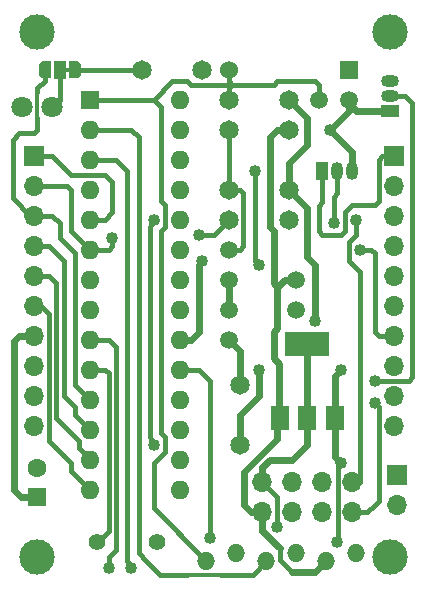
<source format=gbr>
%TF.GenerationSoftware,KiCad,Pcbnew,(5.1.6)-1*%
%TF.CreationDate,2022-03-13T12:34:37-03:00*%
%TF.ProjectId,nRF24L01_Arduino_v2,6e524632-344c-4303-915f-41726475696e,rev?*%
%TF.SameCoordinates,Original*%
%TF.FileFunction,Copper,L1,Top*%
%TF.FilePolarity,Positive*%
%FSLAX46Y46*%
G04 Gerber Fmt 4.6, Leading zero omitted, Abs format (unit mm)*
G04 Created by KiCad (PCBNEW (5.1.6)-1) date 2022-03-13 12:34:37*
%MOMM*%
%LPD*%
G01*
G04 APERTURE LIST*
%TA.AperFunction,ComponentPad*%
%ADD10O,1.050000X1.500000*%
%TD*%
%TA.AperFunction,ComponentPad*%
%ADD11R,1.050000X1.500000*%
%TD*%
%TA.AperFunction,ComponentPad*%
%ADD12O,1.500000X1.050000*%
%TD*%
%TA.AperFunction,ComponentPad*%
%ADD13R,1.500000X1.050000*%
%TD*%
%TA.AperFunction,ComponentPad*%
%ADD14R,1.700000X1.700000*%
%TD*%
%TA.AperFunction,ComponentPad*%
%ADD15O,1.700000X1.700000*%
%TD*%
%TA.AperFunction,SMDPad,CuDef*%
%ADD16C,0.100000*%
%TD*%
%TA.AperFunction,SMDPad,CuDef*%
%ADD17R,1.000000X1.500000*%
%TD*%
%TA.AperFunction,ComponentPad*%
%ADD18C,1.651000*%
%TD*%
%TA.AperFunction,ComponentPad*%
%ADD19R,1.600000X1.600000*%
%TD*%
%TA.AperFunction,ComponentPad*%
%ADD20O,1.600000X1.600000*%
%TD*%
%TA.AperFunction,ComponentPad*%
%ADD21C,1.500000*%
%TD*%
%TA.AperFunction,ComponentPad*%
%ADD22R,1.524000X1.524000*%
%TD*%
%TA.AperFunction,ComponentPad*%
%ADD23C,1.524000*%
%TD*%
%TA.AperFunction,ComponentPad*%
%ADD24C,3.000000*%
%TD*%
%TA.AperFunction,ComponentPad*%
%ADD25C,1.600000*%
%TD*%
%TA.AperFunction,SMDPad,CuDef*%
%ADD26R,3.800000X2.000000*%
%TD*%
%TA.AperFunction,SMDPad,CuDef*%
%ADD27R,1.500000X2.000000*%
%TD*%
%TA.AperFunction,ComponentPad*%
%ADD28C,1.800000*%
%TD*%
%TA.AperFunction,ComponentPad*%
%ADD29O,1.524000X1.524000*%
%TD*%
%TA.AperFunction,ComponentPad*%
%ADD30C,1.422400*%
%TD*%
%TA.AperFunction,ViaPad*%
%ADD31C,1.016000*%
%TD*%
%TA.AperFunction,Conductor*%
%ADD32C,0.609600*%
%TD*%
%TA.AperFunction,Conductor*%
%ADD33C,0.406400*%
%TD*%
%TA.AperFunction,Conductor*%
%ADD34C,0.304800*%
%TD*%
G04 APERTURE END LIST*
D10*
%TO.P,Q1,2*%
%TO.N,Net-(Q1-Pad2)*%
X132715000Y-109220000D03*
%TO.P,Q1,3*%
%TO.N,GND*%
X133985000Y-109220000D03*
D11*
%TO.P,Q1,1*%
%TO.N,/Out_Rele*%
X131445000Y-109220000D03*
%TD*%
D12*
%TO.P,CI3,2*%
%TO.N,/PD3*%
X137160000Y-102870000D03*
%TO.P,CI3,3*%
%TO.N,+5V*%
X137160000Y-101600000D03*
D13*
%TO.P,CI3,1*%
%TO.N,GND*%
X137160000Y-104140000D03*
%TD*%
D14*
%TO.P,P3,1*%
%TO.N,/Out_Rele*%
X137477500Y-107950000D03*
D15*
%TO.P,P3,2*%
%TO.N,/PC5*%
X137477500Y-110490000D03*
%TO.P,P3,3*%
%TO.N,/PC4*%
X137477500Y-113030000D03*
%TO.P,P3,4*%
%TO.N,/PC3*%
X137477500Y-115570000D03*
%TO.P,P3,5*%
%TO.N,/PC2*%
X137477500Y-118110000D03*
%TO.P,P3,6*%
%TO.N,/PC1*%
X137477500Y-120650000D03*
%TO.P,P3,7*%
%TO.N,/PC0*%
X137477500Y-123190000D03*
%TO.P,P3,8*%
%TO.N,+5V*%
X137477500Y-125730000D03*
%TO.P,P3,9*%
%TO.N,GND*%
X137477500Y-128270000D03*
%TO.P,P3,10*%
X137477500Y-130810000D03*
%TD*%
%TA.AperFunction,SMDPad,CuDef*%
D16*
%TO.P,JP1,1*%
%TO.N,Net-(JP1-Pad1)*%
G36*
X109970000Y-99897500D02*
G01*
X110520000Y-99897500D01*
X110520000Y-99898102D01*
X110544534Y-99898102D01*
X110593365Y-99902912D01*
X110641490Y-99912484D01*
X110688445Y-99926728D01*
X110733778Y-99945505D01*
X110777051Y-99968636D01*
X110817850Y-99995896D01*
X110855779Y-100027024D01*
X110890476Y-100061721D01*
X110921604Y-100099650D01*
X110948864Y-100140449D01*
X110971995Y-100183722D01*
X110990772Y-100229055D01*
X111005016Y-100276010D01*
X111014588Y-100324135D01*
X111019398Y-100372966D01*
X111019398Y-100397500D01*
X111020000Y-100397500D01*
X111020000Y-100897500D01*
X111019398Y-100897500D01*
X111019398Y-100922034D01*
X111014588Y-100970865D01*
X111005016Y-101018990D01*
X110990772Y-101065945D01*
X110971995Y-101111278D01*
X110948864Y-101154551D01*
X110921604Y-101195350D01*
X110890476Y-101233279D01*
X110855779Y-101267976D01*
X110817850Y-101299104D01*
X110777051Y-101326364D01*
X110733778Y-101349495D01*
X110688445Y-101368272D01*
X110641490Y-101382516D01*
X110593365Y-101392088D01*
X110544534Y-101396898D01*
X110520000Y-101396898D01*
X110520000Y-101397500D01*
X109970000Y-101397500D01*
X109970000Y-99897500D01*
G37*
%TD.AperFunction*%
%TA.AperFunction,SMDPad,CuDef*%
%TO.P,JP1,3*%
%TO.N,/PD5*%
G36*
X107920000Y-101396898D02*
G01*
X107895466Y-101396898D01*
X107846635Y-101392088D01*
X107798510Y-101382516D01*
X107751555Y-101368272D01*
X107706222Y-101349495D01*
X107662949Y-101326364D01*
X107622150Y-101299104D01*
X107584221Y-101267976D01*
X107549524Y-101233279D01*
X107518396Y-101195350D01*
X107491136Y-101154551D01*
X107468005Y-101111278D01*
X107449228Y-101065945D01*
X107434984Y-101018990D01*
X107425412Y-100970865D01*
X107420602Y-100922034D01*
X107420602Y-100897500D01*
X107420000Y-100897500D01*
X107420000Y-100397500D01*
X107420602Y-100397500D01*
X107420602Y-100372966D01*
X107425412Y-100324135D01*
X107434984Y-100276010D01*
X107449228Y-100229055D01*
X107468005Y-100183722D01*
X107491136Y-100140449D01*
X107518396Y-100099650D01*
X107549524Y-100061721D01*
X107584221Y-100027024D01*
X107622150Y-99995896D01*
X107662949Y-99968636D01*
X107706222Y-99945505D01*
X107751555Y-99926728D01*
X107798510Y-99912484D01*
X107846635Y-99902912D01*
X107895466Y-99898102D01*
X107920000Y-99898102D01*
X107920000Y-99897500D01*
X108470000Y-99897500D01*
X108470000Y-101397500D01*
X107920000Y-101397500D01*
X107920000Y-101396898D01*
G37*
%TD.AperFunction*%
D17*
%TO.P,JP1,2*%
%TO.N,Net-(JP1-Pad1)*%
X109220000Y-100647500D03*
%TD*%
D18*
%TO.P,R5,2*%
%TO.N,Net-(JP1-Pad1)*%
X116205000Y-100647500D03*
%TO.P,R5,1*%
%TO.N,+5V*%
X121285000Y-100647500D03*
%TD*%
D19*
%TO.P,CI1,1*%
%TO.N,/~RST*%
X111760000Y-103187500D03*
D20*
%TO.P,CI1,15*%
%TO.N,/PB1*%
X119380000Y-136207500D03*
%TO.P,CI1,2*%
%TO.N,/RXD.Brd*%
X111760000Y-105727500D03*
%TO.P,CI1,16*%
%TO.N,/PB2*%
X119380000Y-133667500D03*
%TO.P,CI1,3*%
%TO.N,/TXD.Brd*%
X111760000Y-108267500D03*
%TO.P,CI1,17*%
%TO.N,/PB3*%
X119380000Y-131127500D03*
%TO.P,CI1,4*%
%TO.N,/PD2*%
X111760000Y-110807500D03*
%TO.P,CI1,18*%
%TO.N,/PB4*%
X119380000Y-128587500D03*
%TO.P,CI1,5*%
%TO.N,/PD3*%
X111760000Y-113347500D03*
%TO.P,CI1,19*%
%TO.N,/PB5*%
X119380000Y-126047500D03*
%TO.P,CI1,6*%
%TO.N,/PD4*%
X111760000Y-115887500D03*
%TO.P,CI1,20*%
%TO.N,+5V*%
X119380000Y-123507500D03*
%TO.P,CI1,7*%
X111760000Y-118427500D03*
%TO.P,CI1,21*%
%TO.N,Net-(C2-Pad1)*%
X119380000Y-120967500D03*
%TO.P,CI1,8*%
%TO.N,GND*%
X111760000Y-120967500D03*
%TO.P,CI1,22*%
X119380000Y-118427500D03*
%TO.P,CI1,9*%
%TO.N,/OSC1*%
X111760000Y-123507500D03*
%TO.P,CI1,23*%
%TO.N,/PC0*%
X119380000Y-115887500D03*
%TO.P,CI1,10*%
%TO.N,/OSC2*%
X111760000Y-126047500D03*
%TO.P,CI1,24*%
%TO.N,/PC1*%
X119380000Y-113347500D03*
%TO.P,CI1,11*%
%TO.N,/PD5*%
X111760000Y-128587500D03*
%TO.P,CI1,25*%
%TO.N,/PC2*%
X119380000Y-110807500D03*
%TO.P,CI1,12*%
%TO.N,/PD6*%
X111760000Y-131127500D03*
%TO.P,CI1,26*%
%TO.N,/PC3*%
X119380000Y-108267500D03*
%TO.P,CI1,13*%
%TO.N,/PD7*%
X111760000Y-133667500D03*
%TO.P,CI1,27*%
%TO.N,/PC4*%
X119380000Y-105727500D03*
%TO.P,CI1,14*%
%TO.N,/PB0*%
X111760000Y-136207500D03*
%TO.P,CI1,28*%
%TO.N,/PC5*%
X119380000Y-103187500D03*
%TD*%
D21*
%TO.P,C2,1*%
%TO.N,Net-(C2-Pad1)*%
X129222500Y-120967500D03*
%TO.P,C2,2*%
%TO.N,GND*%
X129222500Y-118427500D03*
%TD*%
D22*
%TO.P,D1,2*%
%TO.N,+5V*%
X133667500Y-100647500D03*
D23*
%TO.P,D1,1*%
%TO.N,/~RST*%
X123507500Y-100647500D03*
%TD*%
D21*
%TO.P,C7,1*%
%TO.N,/PC0*%
X123507500Y-115887500D03*
%TO.P,C7,2*%
%TO.N,GND*%
X123507500Y-118427500D03*
%TD*%
D24*
%TO.P,J4,1*%
%TO.N,Net-(J4-Pad1)*%
X137160000Y-141922500D03*
%TD*%
%TO.P,J5,1*%
%TO.N,Net-(J5-Pad1)*%
X107315000Y-97472500D03*
%TD*%
%TO.P,J6,1*%
%TO.N,Net-(J6-Pad1)*%
X137160000Y-97472500D03*
%TD*%
%TO.P,J3,1*%
%TO.N,Net-(J3-Pad1)*%
X107315000Y-141922500D03*
%TD*%
D21*
%TO.P,C5,1*%
%TO.N,+5V*%
X123507500Y-123507500D03*
%TO.P,C5,2*%
%TO.N,GND*%
X123507500Y-120967500D03*
%TD*%
D25*
%TO.P,C6,2*%
%TO.N,GND*%
X107315000Y-134342500D03*
D19*
%TO.P,C6,1*%
%TO.N,+3.3V*%
X107315000Y-136842500D03*
%TD*%
D21*
%TO.P,C8,2*%
%TO.N,GND*%
X133667500Y-103187500D03*
%TO.P,C8,1*%
%TO.N,/~RST*%
X131127500Y-103187500D03*
%TD*%
D26*
%TO.P,CI2,2*%
%TO.N,+3.3V*%
X130175000Y-123850000D03*
D27*
X130175000Y-130150000D03*
%TO.P,CI2,3*%
%TO.N,+5V*%
X132475000Y-130150000D03*
%TO.P,CI2,1*%
%TO.N,GND*%
X127875000Y-130150000D03*
%TD*%
D28*
%TO.P,LD1,2*%
%TO.N,Net-(JP1-Pad1)*%
X108585000Y-103822500D03*
%TO.P,LD1,1*%
%TO.N,GND*%
X106045000Y-103822500D03*
%TD*%
D15*
%TO.P,Mod1,1*%
%TO.N,GND*%
X126365000Y-138112500D03*
%TO.P,Mod1,2*%
%TO.N,+3.3V*%
X126365000Y-135572500D03*
%TO.P,Mod1,3*%
%TO.N,/PB1*%
X128905000Y-138112500D03*
%TO.P,Mod1,4*%
%TO.N,/PB2*%
X128905000Y-135572500D03*
%TO.P,Mod1,5*%
%TO.N,/PB5*%
X131445000Y-138112500D03*
%TO.P,Mod1,6*%
%TO.N,/PB3*%
X131445000Y-135572500D03*
%TO.P,Mod1,7*%
%TO.N,/PB4*%
X133985000Y-138112500D03*
%TO.P,Mod1,8*%
%TO.N,/PD2*%
X133985000Y-135572500D03*
%TD*%
D29*
%TO.P,P1,1*%
%TO.N,/~RST*%
X121602500Y-142240000D03*
%TO.P,P1,2*%
%TO.N,/TXD.Brd*%
X124142500Y-141605000D03*
%TO.P,P1,3*%
%TO.N,/RXD.Brd*%
X126682500Y-142240000D03*
%TO.P,P1,4*%
%TO.N,+5V*%
X129222500Y-141605000D03*
%TO.P,P1,5*%
%TO.N,GND*%
X131762500Y-142240000D03*
%TO.P,P1,6*%
X134302500Y-141605000D03*
%TD*%
D15*
%TO.P,P2,10*%
%TO.N,GND*%
X106997500Y-130810000D03*
%TO.P,P2,9*%
X106997500Y-128270000D03*
%TO.P,P2,8*%
%TO.N,+5V*%
X106997500Y-125730000D03*
%TO.P,P2,7*%
%TO.N,+3.3V*%
X106997500Y-123190000D03*
%TO.P,P2,6*%
%TO.N,/PB0*%
X106997500Y-120650000D03*
%TO.P,P2,5*%
%TO.N,/PD7*%
X106997500Y-118110000D03*
%TO.P,P2,4*%
%TO.N,/PD6*%
X106997500Y-115570000D03*
%TO.P,P2,3*%
%TO.N,/PD5*%
X106997500Y-113030000D03*
%TO.P,P2,2*%
%TO.N,/PD4*%
X106997500Y-110490000D03*
D14*
%TO.P,P2,1*%
%TO.N,/PD3*%
X106997500Y-107950000D03*
%TD*%
%TO.P,P4,1*%
%TO.N,+5V*%
X137795000Y-134937500D03*
D15*
%TO.P,P4,2*%
%TO.N,GND*%
X137795000Y-137477500D03*
%TD*%
D18*
%TO.P,R4,1*%
%TO.N,+5V*%
X128587500Y-110807500D03*
%TO.P,R4,2*%
%TO.N,/PC0*%
X123507500Y-110807500D03*
%TD*%
%TO.P,R6,2*%
%TO.N,/~RST*%
X123507500Y-103187500D03*
%TO.P,R6,1*%
%TO.N,+5V*%
X128587500Y-103187500D03*
%TD*%
%TO.P,R7,1*%
%TO.N,/PC0*%
X123507500Y-105727500D03*
%TO.P,R7,2*%
%TO.N,GND*%
X128587500Y-105727500D03*
%TD*%
%TO.P,R8,1*%
%TO.N,Net-(Q1-Pad2)*%
X128587500Y-113347500D03*
%TO.P,R8,2*%
%TO.N,/PD4*%
X123507500Y-113347500D03*
%TD*%
D30*
%TO.P,X1,1*%
%TO.N,/OSC1*%
X117475000Y-140652500D03*
%TO.P,X1,2*%
%TO.N,/OSC2*%
X112395000Y-140652500D03*
%TD*%
D18*
%TO.P,R9,1*%
%TO.N,+5V*%
X124460000Y-127317500D03*
%TO.P,R9,2*%
%TO.N,/PD3*%
X124460000Y-132397500D03*
%TD*%
D31*
%TO.N,GND*%
X132080000Y-105727500D03*
%TO.N,+3.3V*%
X127635000Y-139382500D03*
%TO.N,+5V*%
X133032500Y-126047500D03*
X133032500Y-133985000D03*
X132715000Y-140652500D03*
X130810000Y-121920000D03*
X121285000Y-116840000D03*
%TO.N,/PC0*%
X134620000Y-115887500D03*
%TO.N,/TXD.Brd*%
X115252500Y-142875000D03*
%TO.N,/PD2*%
X134302500Y-113347500D03*
%TO.N,/PB4*%
X135890000Y-128905000D03*
%TO.N,/PD3*%
X117157500Y-132397500D03*
X117157500Y-113347500D03*
X126047500Y-126047500D03*
X135890000Y-127000000D03*
%TO.N,/PB5*%
X121920000Y-140335000D03*
%TO.N,/PD4*%
X113665000Y-114935000D03*
X120967500Y-114617500D03*
%TO.N,/OSC1*%
X113347500Y-142875000D03*
%TO.N,/PC2*%
X125730000Y-109220000D03*
X126047500Y-117157500D03*
%TO.N,Net-(Q1-Pad2)*%
X132397500Y-113665000D03*
%TD*%
D32*
%TO.N,GND*%
X128270000Y-118427500D02*
X129222500Y-118427500D01*
X127635000Y-119062500D02*
X128270000Y-118427500D01*
X127875000Y-130150000D02*
X127770199Y-130045199D01*
X127317500Y-125095000D02*
X127317500Y-122872500D01*
X127770199Y-125547699D02*
X127317500Y-125095000D01*
X127317500Y-122872500D02*
X127635000Y-122555000D01*
X123507500Y-120967500D02*
X123507500Y-118427500D01*
X127635000Y-122555000D02*
X127635000Y-120015000D01*
X127635000Y-120015000D02*
X127635000Y-119062500D01*
X127635000Y-105727500D02*
X128587500Y-105727500D01*
X127317500Y-118745000D02*
X127317500Y-114300000D01*
X127635000Y-119062500D02*
X127317500Y-118745000D01*
X127317500Y-114300000D02*
X127000000Y-113982500D01*
X127000000Y-106362500D02*
X127635000Y-105727500D01*
X127000000Y-113982500D02*
X127000000Y-106362500D01*
X127770199Y-129087301D02*
X127770199Y-125547699D01*
X127770199Y-130045199D02*
X127770199Y-129087301D01*
X130810000Y-143192500D02*
X131762500Y-142240000D01*
X126365000Y-139700000D02*
X127847701Y-141182701D01*
X126365000Y-138112500D02*
X126365000Y-139700000D01*
X128905000Y-143192500D02*
X130810000Y-143192500D01*
D33*
X127847701Y-141182701D02*
X127847701Y-142135201D01*
X127847701Y-142135201D02*
X128905000Y-143192500D01*
D32*
X126365000Y-138112500D02*
X125412500Y-138112500D01*
X125412500Y-138112500D02*
X124777500Y-137477500D01*
X124777500Y-134745039D02*
X127635000Y-131887539D01*
X124777500Y-137477500D02*
X124777500Y-134745039D01*
X127635000Y-130390000D02*
X127875000Y-130150000D01*
X127635000Y-131887539D02*
X127635000Y-130390000D01*
X133667500Y-103187500D02*
X133667500Y-103505000D01*
X133667500Y-103505000D02*
X134302500Y-104140000D01*
X134302500Y-104140000D02*
X137160000Y-104140000D01*
X132080000Y-105727500D02*
X133667500Y-104140000D01*
X133667500Y-104140000D02*
X133667500Y-103187500D01*
X133985000Y-107632500D02*
X132080000Y-105727500D01*
X133985000Y-109220000D02*
X133985000Y-107632500D01*
%TO.N,+3.3V*%
X130175000Y-123850000D02*
X130175000Y-130150000D01*
X105727500Y-123190000D02*
X106680000Y-123190000D01*
X105325199Y-123592301D02*
X105727500Y-123190000D01*
X105905400Y-136842500D02*
X105304810Y-136241910D01*
X107315000Y-136842500D02*
X105905400Y-136842500D01*
X105304810Y-136241910D02*
X105304810Y-131232690D01*
X105304810Y-131232690D02*
X105325199Y-131212301D01*
X105325199Y-131212301D02*
X105325199Y-123592301D01*
X130175000Y-130150000D02*
X130175000Y-132397500D01*
X130175000Y-132397500D02*
X128905000Y-133667500D01*
D33*
X127635000Y-136842500D02*
X126365000Y-135572500D01*
X127635000Y-139382500D02*
X127635000Y-136842500D01*
D32*
X126365000Y-135572500D02*
X126365000Y-134302500D01*
X126365000Y-134302500D02*
X127000000Y-133667500D01*
X127000000Y-133667500D02*
X128905000Y-133667500D01*
%TO.N,+5V*%
X132475000Y-130150000D02*
X132475000Y-126605000D01*
X132475000Y-126605000D02*
X133032500Y-126047500D01*
D33*
X133032500Y-126047500D02*
X133032500Y-126047500D01*
D32*
X132475000Y-130150000D02*
X132475000Y-133427500D01*
X132475000Y-133427500D02*
X133032500Y-133985000D01*
X133032500Y-133985000D02*
X133032500Y-133985000D01*
X130810000Y-121920000D02*
X130810000Y-121920000D01*
X120332500Y-123507500D02*
X119380000Y-123507500D01*
X120967500Y-122872500D02*
X120332500Y-123507500D01*
X121285000Y-116840000D02*
X120967500Y-117157500D01*
X120967500Y-117157500D02*
X120967500Y-122872500D01*
D33*
X132731799Y-140635701D02*
X132715000Y-140652500D01*
X132731799Y-134285701D02*
X132731799Y-140635701D01*
X133032500Y-133985000D02*
X132731799Y-134285701D01*
D32*
X124460000Y-124460000D02*
X123507500Y-123507500D01*
X124460000Y-127317500D02*
X124460000Y-124460000D01*
X130810000Y-117157500D02*
X130810000Y-121920000D01*
X130175000Y-116522500D02*
X130810000Y-117157500D01*
X128587500Y-110807500D02*
X130175000Y-112395000D01*
X130175000Y-112395000D02*
X130175000Y-116522500D01*
X128587500Y-110807500D02*
X128587500Y-108585000D01*
X128587500Y-108585000D02*
X130175000Y-106997500D01*
X130175000Y-104775000D02*
X128587500Y-103187500D01*
X130175000Y-106997500D02*
X130175000Y-104775000D01*
D33*
%TO.N,/PC0*%
X123507500Y-105727500D02*
X123507500Y-110807500D01*
X123507500Y-110807500D02*
X124460000Y-110807500D01*
X124736201Y-111083701D02*
X124736201Y-115611299D01*
X124460000Y-110807500D02*
X124736201Y-111083701D01*
X124460000Y-115887500D02*
X123507500Y-115887500D01*
X124736201Y-115611299D02*
X124460000Y-115887500D01*
X136207500Y-123190000D02*
X137795000Y-123190000D01*
X135890000Y-122872500D02*
X136207500Y-123190000D01*
X135890000Y-116205000D02*
X135890000Y-122872500D01*
X134620000Y-115887500D02*
X135572500Y-115887500D01*
X135572500Y-115887500D02*
X135890000Y-116205000D01*
%TO.N,/RXD.Brd*%
X115252500Y-105727500D02*
X111760000Y-105727500D01*
X115887500Y-106362500D02*
X115252500Y-105727500D01*
X115887500Y-141605000D02*
X115887500Y-106362500D01*
X116522500Y-142240000D02*
X115887500Y-141605000D01*
X116522500Y-142240000D02*
X117681790Y-143399290D01*
X117681790Y-143399290D02*
X120015000Y-143399290D01*
D34*
X120221790Y-143399290D02*
X120015000Y-143399290D01*
X120272590Y-143450090D02*
X120221790Y-143399290D01*
X122872500Y-143450090D02*
X120272590Y-143450090D01*
D33*
X126682500Y-142240000D02*
X125523210Y-143399290D01*
X125523210Y-143399290D02*
X122872500Y-143399290D01*
%TO.N,/TXD.Brd*%
X114935000Y-109220000D02*
X113982500Y-108267500D01*
X114935000Y-142240000D02*
X114935000Y-109220000D01*
X113982500Y-108267500D02*
X111760000Y-108267500D01*
X115252500Y-142875000D02*
X115252500Y-142557500D01*
X115252500Y-142557500D02*
X114935000Y-142240000D01*
%TO.N,/PD2*%
X133985000Y-113347500D02*
X133985000Y-113347500D01*
X134302500Y-114617500D02*
X134302500Y-113347500D01*
X133667500Y-115252500D02*
X134302500Y-114617500D01*
X133667500Y-116840000D02*
X133667500Y-115252500D01*
X134620000Y-135572500D02*
X134620000Y-117792500D01*
X134620000Y-117792500D02*
X133667500Y-116840000D01*
%TO.N,/PB4*%
X134620000Y-138112500D02*
X135255000Y-138112500D01*
X135255000Y-138112500D02*
X135890000Y-137477500D01*
X135890000Y-137477500D02*
X136207500Y-137160000D01*
X136207500Y-137160000D02*
X136207500Y-135255000D01*
X136207500Y-135255000D02*
X136207500Y-129222500D01*
X136207500Y-129222500D02*
X135890000Y-128905000D01*
X135890000Y-128905000D02*
X135890000Y-128905000D01*
%TO.N,/PD3*%
X108585000Y-107950000D02*
X106680000Y-107950000D01*
X110172500Y-109537500D02*
X108585000Y-107950000D01*
X113030000Y-113347500D02*
X113665000Y-112712500D01*
X111760000Y-113347500D02*
X113030000Y-113347500D01*
X113665000Y-112712500D02*
X113665000Y-110172500D01*
X113665000Y-110172500D02*
X113030000Y-109537500D01*
X113030000Y-109537500D02*
X110172500Y-109537500D01*
X117475000Y-113347500D02*
X117475000Y-113347500D01*
X116840000Y-131762500D02*
X117157500Y-132397500D01*
X116840000Y-113982500D02*
X116840000Y-131762500D01*
X117157500Y-113347500D02*
X116840000Y-113982500D01*
X126047500Y-126047500D02*
X126047500Y-126047500D01*
X139065000Y-126682500D02*
X138747500Y-127000000D01*
X139065000Y-103505000D02*
X139065000Y-126682500D01*
X137160000Y-102870000D02*
X138430000Y-102870000D01*
X138747500Y-127000000D02*
X135890000Y-127000000D01*
X138430000Y-102870000D02*
X139065000Y-103505000D01*
D32*
X124460000Y-132397500D02*
X124460000Y-129857500D01*
X124460000Y-129857500D02*
X126047500Y-128270000D01*
X126047500Y-128270000D02*
X126047500Y-126047500D01*
D33*
%TO.N,/PB5*%
X120967500Y-126047500D02*
X119380000Y-126047500D01*
X121920000Y-140335000D02*
X121920000Y-127000000D01*
X121920000Y-127000000D02*
X120967500Y-126047500D01*
%TO.N,/PD4*%
X111760000Y-115887500D02*
X113347500Y-115887500D01*
X113347500Y-115887500D02*
X113665000Y-115570000D01*
X113665000Y-115570000D02*
X113665000Y-114935000D01*
X122237500Y-114617500D02*
X120967500Y-114617500D01*
X123507500Y-113347500D02*
X122237500Y-114617500D01*
X110172500Y-110807500D02*
X110172500Y-114300000D01*
X110172500Y-114300000D02*
X111760000Y-115887500D01*
X106680000Y-110490000D02*
X109855000Y-110490000D01*
X109855000Y-110490000D02*
X110172500Y-110807500D01*
%TO.N,/OSC1*%
X113347500Y-142875000D02*
X113347500Y-141922500D01*
X113347500Y-141922500D02*
X113982500Y-141287500D01*
X113982500Y-141287500D02*
X113982500Y-124142500D01*
X113982500Y-124142500D02*
X113347500Y-123507500D01*
X113347500Y-123507500D02*
X111760000Y-123507500D01*
%TO.N,/OSC2*%
X111760000Y-126047500D02*
X113030000Y-126047500D01*
X113030000Y-126047500D02*
X113347500Y-126365000D01*
X113347500Y-139700000D02*
X112395000Y-140652500D01*
X113347500Y-126365000D02*
X113347500Y-139700000D01*
%TO.N,/PD5*%
X107920000Y-100647500D02*
X107920000Y-101630000D01*
X107920000Y-101630000D02*
X107315000Y-102235000D01*
X107315000Y-102235000D02*
X107315000Y-102552500D01*
D34*
X107315000Y-102552500D02*
X107315000Y-104775000D01*
D33*
X107315000Y-105727500D02*
X107315000Y-104775000D01*
X105203210Y-111553210D02*
X105203210Y-106569290D01*
X106680000Y-113030000D02*
X105203210Y-111553210D01*
X105203210Y-106569290D02*
X105727500Y-106045000D01*
X105727500Y-106045000D02*
X106997500Y-106045000D01*
X106997500Y-106045000D02*
X107315000Y-105727500D01*
X108585000Y-113030000D02*
X106997500Y-113030000D01*
X110490000Y-127317500D02*
X110490000Y-116205000D01*
X110490000Y-116205000D02*
X109220000Y-114935000D01*
X111760000Y-128587500D02*
X110490000Y-127317500D01*
X109220000Y-114935000D02*
X109220000Y-113665000D01*
X109220000Y-113665000D02*
X108585000Y-113030000D01*
%TO.N,/PC2*%
X126047500Y-117157500D02*
X126047500Y-117157500D01*
X125730000Y-116840000D02*
X126047500Y-117157500D01*
X125730000Y-109220000D02*
X125730000Y-116840000D01*
%TO.N,/PD6*%
X108267500Y-115570000D02*
X106997500Y-115570000D01*
X109566090Y-116868590D02*
X108267500Y-115570000D01*
X109566090Y-121256410D02*
X109566090Y-116868590D01*
X110490000Y-129857500D02*
X110490000Y-129222500D01*
X111760000Y-131127500D02*
X110490000Y-129857500D01*
X110490000Y-129222500D02*
X109537500Y-128270000D01*
X109537500Y-128270000D02*
X109537500Y-121285000D01*
X109537500Y-121285000D02*
X109566090Y-121256410D01*
%TO.N,/PD7*%
X110807500Y-132715000D02*
X111760000Y-133667500D01*
X106680000Y-118110000D02*
X108267500Y-118110000D01*
X108267500Y-118110000D02*
X108902500Y-118745000D01*
X108902500Y-118745000D02*
X108902500Y-130175000D01*
X108902500Y-130175000D02*
X110807500Y-132080000D01*
X110807500Y-132080000D02*
X110807500Y-132715000D01*
%TO.N,/PB0*%
X110172500Y-134620000D02*
X111760000Y-136207500D01*
X110172500Y-133985000D02*
X110172500Y-134620000D01*
X108267500Y-132080000D02*
X110172500Y-133985000D01*
X107632500Y-120650000D02*
X108296090Y-121313590D01*
X106680000Y-120650000D02*
X107632500Y-120650000D01*
X108296090Y-121313590D02*
X108296090Y-121573910D01*
X108296090Y-121573910D02*
X108267500Y-121602500D01*
X108267500Y-121602500D02*
X108267500Y-132080000D01*
%TO.N,/Out_Rele*%
X136525000Y-107950000D02*
X137477500Y-107950000D01*
X136207500Y-108267500D02*
X136525000Y-107950000D01*
X131445000Y-114617500D02*
X133032500Y-114617500D01*
X131127500Y-114300000D02*
X131445000Y-114617500D01*
X131127500Y-112181400D02*
X131127500Y-114300000D01*
X131445000Y-110807500D02*
X131445000Y-111863900D01*
X131445000Y-111863900D02*
X131127500Y-112181400D01*
X133032500Y-114617500D02*
X133350000Y-114300000D01*
X133350000Y-114300000D02*
X133350000Y-112712500D01*
X133350000Y-112712500D02*
X133985000Y-112077500D01*
X133985000Y-112077500D02*
X135890000Y-112077500D01*
X135890000Y-112077500D02*
X136207500Y-111760000D01*
X136207500Y-111760000D02*
X136207500Y-108267500D01*
X131445000Y-110807500D02*
X131445000Y-109220000D01*
%TO.N,Net-(Q1-Pad2)*%
X132397500Y-113665000D02*
X132397500Y-111442500D01*
X132397500Y-111442500D02*
X132715000Y-111125000D01*
X132715000Y-111125000D02*
X132715000Y-109220000D01*
%TO.N,/~RST*%
X123507500Y-103187500D02*
X123507500Y-100647500D01*
X123507500Y-101600000D02*
X123825000Y-101917500D01*
X123507500Y-100647500D02*
X123507500Y-101600000D01*
X123507500Y-102235000D02*
X123825000Y-101917500D01*
X123507500Y-103187500D02*
X123507500Y-102235000D01*
X120967500Y-101917500D02*
X123825000Y-101917500D01*
X117157500Y-103187500D02*
X118745000Y-101600000D01*
X120015000Y-101600000D02*
X120332500Y-101917500D01*
X111760000Y-103187500D02*
X117157500Y-103187500D01*
X118745000Y-101600000D02*
X120015000Y-101600000D01*
X120332500Y-101917500D02*
X120967500Y-101917500D01*
X117792500Y-103822500D02*
X117157500Y-103187500D01*
X117792500Y-111760000D02*
X117792500Y-103822500D01*
X118110000Y-112077500D02*
X117792500Y-111760000D01*
X118110000Y-113982500D02*
X118110000Y-112077500D01*
X117792500Y-114300000D02*
X118110000Y-113982500D01*
X117792500Y-131445000D02*
X117792500Y-114300000D01*
X117157500Y-137795000D02*
X117157500Y-133985000D01*
X121602500Y-142240000D02*
X117157500Y-137795000D01*
X117157500Y-133985000D02*
X118110000Y-133032500D01*
X118110000Y-133032500D02*
X118110000Y-131762500D01*
X118110000Y-131762500D02*
X117792500Y-131445000D01*
X131127500Y-101917500D02*
X131127500Y-103187500D01*
X130810000Y-101600000D02*
X131127500Y-101917500D01*
X127635000Y-101600000D02*
X130810000Y-101600000D01*
X123825000Y-101917500D02*
X127317500Y-101917500D01*
X127317500Y-101917500D02*
X127635000Y-101600000D01*
%TO.N,Net-(JP1-Pad1)*%
X109220000Y-103187500D02*
X108585000Y-103822500D01*
X109220000Y-100647500D02*
X109220000Y-103187500D01*
X110520000Y-100647500D02*
X116205000Y-100647500D01*
D34*
X109220000Y-100647500D02*
X110520000Y-100647500D01*
%TD*%
M02*

</source>
